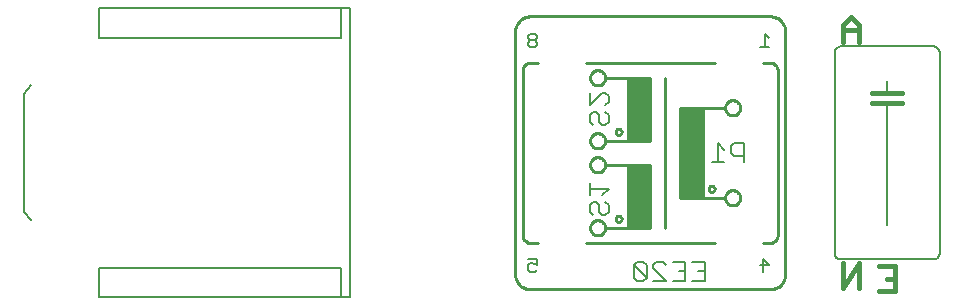
<source format=gbo>
G75*
%MOIN*%
%OFA0B0*%
%FSLAX24Y24*%
%IPPOS*%
%LPD*%
%AMOC8*
5,1,8,0,0,1.08239X$1,22.5*
%
%ADD10C,0.0180*%
%ADD11C,0.0080*%
%ADD12C,0.0100*%
%ADD13C,0.0070*%
%ADD14C,0.0050*%
%ADD15R,0.0750X0.3000*%
%ADD16R,0.0750X0.2100*%
%ADD17C,0.0160*%
%ADD18C,0.0060*%
D10*
X027563Y004896D02*
X027563Y005717D01*
X028110Y005717D02*
X027563Y004896D01*
X028110Y004896D02*
X028110Y005717D01*
X028763Y005617D02*
X029310Y005617D01*
X029310Y004796D01*
X028763Y004796D01*
X029036Y005206D02*
X029310Y005206D01*
X028110Y013096D02*
X028110Y013643D01*
X027836Y013917D01*
X027563Y013643D01*
X027563Y013096D01*
X027563Y013506D02*
X028110Y013506D01*
D11*
X010855Y004573D02*
X002784Y004573D01*
X002784Y005558D01*
X010855Y005558D01*
X010855Y004573D01*
X011150Y004573D01*
X011150Y014219D01*
X010855Y014219D01*
X010855Y013235D01*
X002784Y013235D01*
X002784Y014219D01*
X010855Y014219D01*
X000520Y011640D02*
X000284Y011365D01*
X000284Y007428D01*
X000520Y007152D01*
D12*
X016650Y005346D02*
X016650Y013446D01*
X016652Y013490D01*
X016658Y013533D01*
X016667Y013575D01*
X016680Y013617D01*
X016697Y013657D01*
X016717Y013696D01*
X016740Y013733D01*
X016767Y013767D01*
X016796Y013800D01*
X016829Y013829D01*
X016863Y013856D01*
X016900Y013879D01*
X016939Y013899D01*
X016979Y013916D01*
X017021Y013929D01*
X017063Y013938D01*
X017106Y013944D01*
X017150Y013946D01*
X025150Y013946D01*
X025194Y013944D01*
X025237Y013938D01*
X025279Y013929D01*
X025321Y013916D01*
X025361Y013899D01*
X025400Y013879D01*
X025437Y013856D01*
X025471Y013829D01*
X025504Y013800D01*
X025533Y013767D01*
X025560Y013733D01*
X025583Y013696D01*
X025603Y013657D01*
X025620Y013617D01*
X025633Y013575D01*
X025642Y013533D01*
X025648Y013490D01*
X025650Y013446D01*
X025650Y005346D01*
X025648Y005302D01*
X025642Y005259D01*
X025633Y005217D01*
X025620Y005175D01*
X025603Y005135D01*
X025583Y005096D01*
X025560Y005059D01*
X025533Y005025D01*
X025504Y004992D01*
X025471Y004963D01*
X025437Y004936D01*
X025400Y004913D01*
X025361Y004893D01*
X025321Y004876D01*
X025279Y004863D01*
X025237Y004854D01*
X025194Y004848D01*
X025150Y004846D01*
X017150Y004846D01*
X017106Y004848D01*
X017063Y004854D01*
X017021Y004863D01*
X016979Y004876D01*
X016939Y004893D01*
X016900Y004913D01*
X016863Y004936D01*
X016829Y004963D01*
X016796Y004992D01*
X016767Y005025D01*
X016740Y005059D01*
X016717Y005096D01*
X016697Y005135D01*
X016680Y005175D01*
X016667Y005217D01*
X016658Y005259D01*
X016652Y005302D01*
X016650Y005346D01*
X017150Y006396D02*
X017400Y006396D01*
X017150Y006396D02*
X017120Y006398D01*
X017090Y006403D01*
X017061Y006412D01*
X017034Y006425D01*
X017008Y006440D01*
X016984Y006459D01*
X016963Y006480D01*
X016944Y006504D01*
X016929Y006530D01*
X016916Y006557D01*
X016907Y006586D01*
X016902Y006616D01*
X016900Y006646D01*
X016900Y012146D01*
X016902Y012176D01*
X016907Y012206D01*
X016916Y012235D01*
X016929Y012262D01*
X016944Y012288D01*
X016963Y012312D01*
X016984Y012333D01*
X017008Y012352D01*
X017034Y012367D01*
X017061Y012380D01*
X017090Y012389D01*
X017120Y012394D01*
X017150Y012396D01*
X017400Y012396D01*
X019000Y012396D02*
X023300Y012396D01*
X024900Y012396D02*
X025150Y012396D01*
X025180Y012394D01*
X025210Y012389D01*
X025239Y012380D01*
X025266Y012367D01*
X025292Y012352D01*
X025316Y012333D01*
X025337Y012312D01*
X025356Y012288D01*
X025371Y012262D01*
X025384Y012235D01*
X025393Y012206D01*
X025398Y012176D01*
X025400Y012146D01*
X025400Y006646D01*
X025398Y006616D01*
X025393Y006586D01*
X025384Y006557D01*
X025371Y006530D01*
X025356Y006504D01*
X025337Y006480D01*
X025316Y006459D01*
X025292Y006440D01*
X025266Y006425D01*
X025239Y006412D01*
X025210Y006403D01*
X025180Y006398D01*
X025150Y006396D01*
X024900Y006396D01*
X023300Y006396D02*
X019000Y006396D01*
X019150Y006896D02*
X019152Y006927D01*
X019158Y006958D01*
X019168Y006988D01*
X019181Y007016D01*
X019198Y007043D01*
X019218Y007067D01*
X019241Y007089D01*
X019266Y007107D01*
X019294Y007122D01*
X019323Y007134D01*
X019353Y007142D01*
X019384Y007146D01*
X019416Y007146D01*
X019447Y007142D01*
X019477Y007134D01*
X019506Y007122D01*
X019534Y007107D01*
X019559Y007089D01*
X019582Y007067D01*
X019602Y007043D01*
X019619Y007016D01*
X019632Y006988D01*
X019642Y006958D01*
X019648Y006927D01*
X019650Y006896D01*
X019648Y006865D01*
X019642Y006834D01*
X019632Y006804D01*
X019619Y006776D01*
X019602Y006749D01*
X019582Y006725D01*
X019559Y006703D01*
X019534Y006685D01*
X019506Y006670D01*
X019477Y006658D01*
X019447Y006650D01*
X019416Y006646D01*
X019384Y006646D01*
X019353Y006650D01*
X019323Y006658D01*
X019294Y006670D01*
X019266Y006685D01*
X019241Y006703D01*
X019218Y006725D01*
X019198Y006749D01*
X019181Y006776D01*
X019168Y006804D01*
X019158Y006834D01*
X019152Y006865D01*
X019150Y006896D01*
X019650Y006896D02*
X020400Y006896D01*
X020400Y008996D01*
X019650Y008996D01*
X019150Y008996D02*
X019152Y009027D01*
X019158Y009058D01*
X019168Y009088D01*
X019181Y009116D01*
X019198Y009143D01*
X019218Y009167D01*
X019241Y009189D01*
X019266Y009207D01*
X019294Y009222D01*
X019323Y009234D01*
X019353Y009242D01*
X019384Y009246D01*
X019416Y009246D01*
X019447Y009242D01*
X019477Y009234D01*
X019506Y009222D01*
X019534Y009207D01*
X019559Y009189D01*
X019582Y009167D01*
X019602Y009143D01*
X019619Y009116D01*
X019632Y009088D01*
X019642Y009058D01*
X019648Y009027D01*
X019650Y008996D01*
X019648Y008965D01*
X019642Y008934D01*
X019632Y008904D01*
X019619Y008876D01*
X019602Y008849D01*
X019582Y008825D01*
X019559Y008803D01*
X019534Y008785D01*
X019506Y008770D01*
X019477Y008758D01*
X019447Y008750D01*
X019416Y008746D01*
X019384Y008746D01*
X019353Y008750D01*
X019323Y008758D01*
X019294Y008770D01*
X019266Y008785D01*
X019241Y008803D01*
X019218Y008825D01*
X019198Y008849D01*
X019181Y008876D01*
X019168Y008904D01*
X019158Y008934D01*
X019152Y008965D01*
X019150Y008996D01*
X020400Y008996D02*
X021150Y008996D01*
X021150Y006896D01*
X020400Y006896D01*
X020000Y007196D02*
X020002Y007216D01*
X020008Y007234D01*
X020017Y007252D01*
X020029Y007267D01*
X020044Y007279D01*
X020062Y007288D01*
X020080Y007294D01*
X020100Y007296D01*
X020120Y007294D01*
X020138Y007288D01*
X020156Y007279D01*
X020171Y007267D01*
X020183Y007252D01*
X020192Y007234D01*
X020198Y007216D01*
X020200Y007196D01*
X020198Y007176D01*
X020192Y007158D01*
X020183Y007140D01*
X020171Y007125D01*
X020156Y007113D01*
X020138Y007104D01*
X020120Y007098D01*
X020100Y007096D01*
X020080Y007098D01*
X020062Y007104D01*
X020044Y007113D01*
X020029Y007125D01*
X020017Y007140D01*
X020008Y007158D01*
X020002Y007176D01*
X020000Y007196D01*
X021650Y006896D02*
X021650Y011896D01*
X021150Y011896D02*
X020400Y011896D01*
X019650Y011896D01*
X019150Y011896D02*
X019152Y011927D01*
X019158Y011958D01*
X019168Y011988D01*
X019181Y012016D01*
X019198Y012043D01*
X019218Y012067D01*
X019241Y012089D01*
X019266Y012107D01*
X019294Y012122D01*
X019323Y012134D01*
X019353Y012142D01*
X019384Y012146D01*
X019416Y012146D01*
X019447Y012142D01*
X019477Y012134D01*
X019506Y012122D01*
X019534Y012107D01*
X019559Y012089D01*
X019582Y012067D01*
X019602Y012043D01*
X019619Y012016D01*
X019632Y011988D01*
X019642Y011958D01*
X019648Y011927D01*
X019650Y011896D01*
X019648Y011865D01*
X019642Y011834D01*
X019632Y011804D01*
X019619Y011776D01*
X019602Y011749D01*
X019582Y011725D01*
X019559Y011703D01*
X019534Y011685D01*
X019506Y011670D01*
X019477Y011658D01*
X019447Y011650D01*
X019416Y011646D01*
X019384Y011646D01*
X019353Y011650D01*
X019323Y011658D01*
X019294Y011670D01*
X019266Y011685D01*
X019241Y011703D01*
X019218Y011725D01*
X019198Y011749D01*
X019181Y011776D01*
X019168Y011804D01*
X019158Y011834D01*
X019152Y011865D01*
X019150Y011896D01*
X020400Y011896D02*
X020400Y009796D01*
X019650Y009796D01*
X019150Y009796D02*
X019152Y009827D01*
X019158Y009858D01*
X019168Y009888D01*
X019181Y009916D01*
X019198Y009943D01*
X019218Y009967D01*
X019241Y009989D01*
X019266Y010007D01*
X019294Y010022D01*
X019323Y010034D01*
X019353Y010042D01*
X019384Y010046D01*
X019416Y010046D01*
X019447Y010042D01*
X019477Y010034D01*
X019506Y010022D01*
X019534Y010007D01*
X019559Y009989D01*
X019582Y009967D01*
X019602Y009943D01*
X019619Y009916D01*
X019632Y009888D01*
X019642Y009858D01*
X019648Y009827D01*
X019650Y009796D01*
X019648Y009765D01*
X019642Y009734D01*
X019632Y009704D01*
X019619Y009676D01*
X019602Y009649D01*
X019582Y009625D01*
X019559Y009603D01*
X019534Y009585D01*
X019506Y009570D01*
X019477Y009558D01*
X019447Y009550D01*
X019416Y009546D01*
X019384Y009546D01*
X019353Y009550D01*
X019323Y009558D01*
X019294Y009570D01*
X019266Y009585D01*
X019241Y009603D01*
X019218Y009625D01*
X019198Y009649D01*
X019181Y009676D01*
X019168Y009704D01*
X019158Y009734D01*
X019152Y009765D01*
X019150Y009796D01*
X020000Y010096D02*
X020002Y010116D01*
X020008Y010134D01*
X020017Y010152D01*
X020029Y010167D01*
X020044Y010179D01*
X020062Y010188D01*
X020080Y010194D01*
X020100Y010196D01*
X020120Y010194D01*
X020138Y010188D01*
X020156Y010179D01*
X020171Y010167D01*
X020183Y010152D01*
X020192Y010134D01*
X020198Y010116D01*
X020200Y010096D01*
X020198Y010076D01*
X020192Y010058D01*
X020183Y010040D01*
X020171Y010025D01*
X020156Y010013D01*
X020138Y010004D01*
X020120Y009998D01*
X020100Y009996D01*
X020080Y009998D01*
X020062Y010004D01*
X020044Y010013D01*
X020029Y010025D01*
X020017Y010040D01*
X020008Y010058D01*
X020002Y010076D01*
X020000Y010096D01*
X020400Y009796D02*
X021150Y009796D01*
X021150Y011896D01*
X022150Y010896D02*
X022900Y010896D01*
X023650Y010896D01*
X023652Y010927D01*
X023658Y010958D01*
X023668Y010988D01*
X023681Y011016D01*
X023698Y011043D01*
X023718Y011067D01*
X023741Y011089D01*
X023766Y011107D01*
X023794Y011122D01*
X023823Y011134D01*
X023853Y011142D01*
X023884Y011146D01*
X023916Y011146D01*
X023947Y011142D01*
X023977Y011134D01*
X024006Y011122D01*
X024034Y011107D01*
X024059Y011089D01*
X024082Y011067D01*
X024102Y011043D01*
X024119Y011016D01*
X024132Y010988D01*
X024142Y010958D01*
X024148Y010927D01*
X024150Y010896D01*
X024148Y010865D01*
X024142Y010834D01*
X024132Y010804D01*
X024119Y010776D01*
X024102Y010749D01*
X024082Y010725D01*
X024059Y010703D01*
X024034Y010685D01*
X024006Y010670D01*
X023977Y010658D01*
X023947Y010650D01*
X023916Y010646D01*
X023884Y010646D01*
X023853Y010650D01*
X023823Y010658D01*
X023794Y010670D01*
X023766Y010685D01*
X023741Y010703D01*
X023718Y010725D01*
X023698Y010749D01*
X023681Y010776D01*
X023668Y010804D01*
X023658Y010834D01*
X023652Y010865D01*
X023650Y010896D01*
X022900Y010896D02*
X022900Y007896D01*
X023650Y007896D01*
X023652Y007927D01*
X023658Y007958D01*
X023668Y007988D01*
X023681Y008016D01*
X023698Y008043D01*
X023718Y008067D01*
X023741Y008089D01*
X023766Y008107D01*
X023794Y008122D01*
X023823Y008134D01*
X023853Y008142D01*
X023884Y008146D01*
X023916Y008146D01*
X023947Y008142D01*
X023977Y008134D01*
X024006Y008122D01*
X024034Y008107D01*
X024059Y008089D01*
X024082Y008067D01*
X024102Y008043D01*
X024119Y008016D01*
X024132Y007988D01*
X024142Y007958D01*
X024148Y007927D01*
X024150Y007896D01*
X024148Y007865D01*
X024142Y007834D01*
X024132Y007804D01*
X024119Y007776D01*
X024102Y007749D01*
X024082Y007725D01*
X024059Y007703D01*
X024034Y007685D01*
X024006Y007670D01*
X023977Y007658D01*
X023947Y007650D01*
X023916Y007646D01*
X023884Y007646D01*
X023853Y007650D01*
X023823Y007658D01*
X023794Y007670D01*
X023766Y007685D01*
X023741Y007703D01*
X023718Y007725D01*
X023698Y007749D01*
X023681Y007776D01*
X023668Y007804D01*
X023658Y007834D01*
X023652Y007865D01*
X023650Y007896D01*
X023100Y008196D02*
X023102Y008216D01*
X023108Y008234D01*
X023117Y008252D01*
X023129Y008267D01*
X023144Y008279D01*
X023162Y008288D01*
X023180Y008294D01*
X023200Y008296D01*
X023220Y008294D01*
X023238Y008288D01*
X023256Y008279D01*
X023271Y008267D01*
X023283Y008252D01*
X023292Y008234D01*
X023298Y008216D01*
X023300Y008196D01*
X023298Y008176D01*
X023292Y008158D01*
X023283Y008140D01*
X023271Y008125D01*
X023256Y008113D01*
X023238Y008104D01*
X023220Y008098D01*
X023200Y008096D01*
X023180Y008098D01*
X023162Y008104D01*
X023144Y008113D01*
X023129Y008125D01*
X023117Y008140D01*
X023108Y008158D01*
X023102Y008176D01*
X023100Y008196D01*
X022900Y007896D02*
X022150Y007896D01*
X022150Y010896D01*
D13*
X019766Y011081D02*
X019660Y010976D01*
X019766Y011081D02*
X019766Y011291D01*
X019660Y011396D01*
X019555Y011396D01*
X019135Y010976D01*
X019135Y011396D01*
X019240Y010752D02*
X019135Y010646D01*
X019135Y010436D01*
X019240Y010331D01*
X019450Y010436D02*
X019450Y010646D01*
X019345Y010752D01*
X019240Y010752D01*
X019660Y010752D02*
X019766Y010646D01*
X019766Y010436D01*
X019660Y010331D01*
X019555Y010331D01*
X019450Y010436D01*
X023200Y009081D02*
X023620Y009081D01*
X023410Y009081D02*
X023410Y009712D01*
X023620Y009502D01*
X023845Y009607D02*
X023845Y009396D01*
X023950Y009291D01*
X024265Y009291D01*
X024265Y009081D02*
X024265Y009712D01*
X023950Y009712D01*
X023845Y009607D01*
X019766Y008186D02*
X019135Y008186D01*
X019135Y007976D02*
X019135Y008396D01*
X019555Y007976D02*
X019766Y008186D01*
X019660Y007752D02*
X019766Y007646D01*
X019766Y007436D01*
X019660Y007331D01*
X019555Y007331D01*
X019450Y007436D01*
X019450Y007646D01*
X019345Y007752D01*
X019240Y007752D01*
X019135Y007646D01*
X019135Y007436D01*
X019240Y007331D01*
X020716Y005762D02*
X020611Y005657D01*
X021031Y005236D01*
X020926Y005131D01*
X020716Y005131D01*
X020611Y005236D01*
X020611Y005657D01*
X020716Y005762D02*
X020926Y005762D01*
X021031Y005657D01*
X021031Y005236D01*
X021256Y005131D02*
X021676Y005131D01*
X021256Y005552D01*
X021256Y005657D01*
X021361Y005762D01*
X021571Y005762D01*
X021676Y005657D01*
X021900Y005762D02*
X022320Y005762D01*
X022320Y005131D01*
X021900Y005131D01*
X022110Y005446D02*
X022320Y005446D01*
X022755Y005446D02*
X022965Y005446D01*
X022965Y005131D02*
X022545Y005131D01*
X022965Y005131D02*
X022965Y005762D01*
X022545Y005762D01*
D14*
X024825Y005646D02*
X025125Y005646D01*
X024900Y005872D01*
X024900Y005421D01*
X017375Y005496D02*
X017300Y005421D01*
X017150Y005421D01*
X017075Y005496D01*
X017075Y005646D01*
X017150Y005721D01*
X017225Y005721D01*
X017375Y005646D01*
X017375Y005872D01*
X017075Y005872D01*
X017150Y012921D02*
X017300Y012921D01*
X017375Y012996D01*
X017375Y013071D01*
X017300Y013146D01*
X017150Y013146D01*
X017075Y013071D01*
X017075Y012996D01*
X017150Y012921D01*
X017150Y013146D02*
X017075Y013221D01*
X017075Y013296D01*
X017150Y013372D01*
X017300Y013372D01*
X017375Y013296D01*
X017375Y013221D01*
X017300Y013146D01*
X024825Y012921D02*
X025125Y012921D01*
X024975Y012921D02*
X024975Y013372D01*
X025125Y013221D01*
D15*
X022525Y009396D03*
D16*
X020775Y007946D03*
X020775Y010846D03*
D17*
X028550Y011046D02*
X029050Y011046D01*
X029550Y011046D01*
X029550Y011396D02*
X029050Y011396D01*
X028550Y011396D01*
D18*
X029050Y011396D02*
X029050Y011796D01*
X029050Y011046D02*
X029050Y006996D01*
X027500Y005846D02*
X027474Y005848D01*
X027448Y005853D01*
X027423Y005861D01*
X027400Y005873D01*
X027378Y005887D01*
X027359Y005905D01*
X027341Y005924D01*
X027327Y005946D01*
X027315Y005969D01*
X027307Y005994D01*
X027302Y006020D01*
X027300Y006046D01*
X027300Y012746D01*
X027302Y012772D01*
X027307Y012798D01*
X027315Y012823D01*
X027327Y012846D01*
X027341Y012868D01*
X027359Y012887D01*
X027378Y012905D01*
X027400Y012919D01*
X027423Y012931D01*
X027448Y012939D01*
X027474Y012944D01*
X027500Y012946D01*
X030600Y012946D01*
X030626Y012944D01*
X030652Y012939D01*
X030677Y012931D01*
X030700Y012919D01*
X030722Y012905D01*
X030741Y012887D01*
X030759Y012868D01*
X030773Y012846D01*
X030785Y012823D01*
X030793Y012798D01*
X030798Y012772D01*
X030800Y012746D01*
X030800Y006046D01*
X030798Y006020D01*
X030793Y005994D01*
X030785Y005969D01*
X030773Y005946D01*
X030759Y005924D01*
X030741Y005905D01*
X030722Y005887D01*
X030700Y005873D01*
X030677Y005861D01*
X030652Y005853D01*
X030626Y005848D01*
X030600Y005846D01*
X027500Y005846D01*
M02*

</source>
